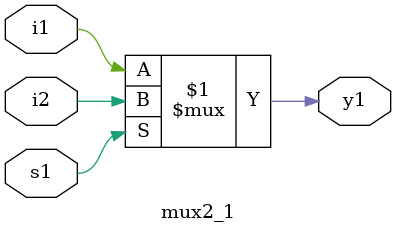
<source format=v>
module mux2_1(s1,i1,i2,y1);
input s1,i1,i2;
output y1;
assign y1=(s1?i2:i1);
endmodule

</source>
